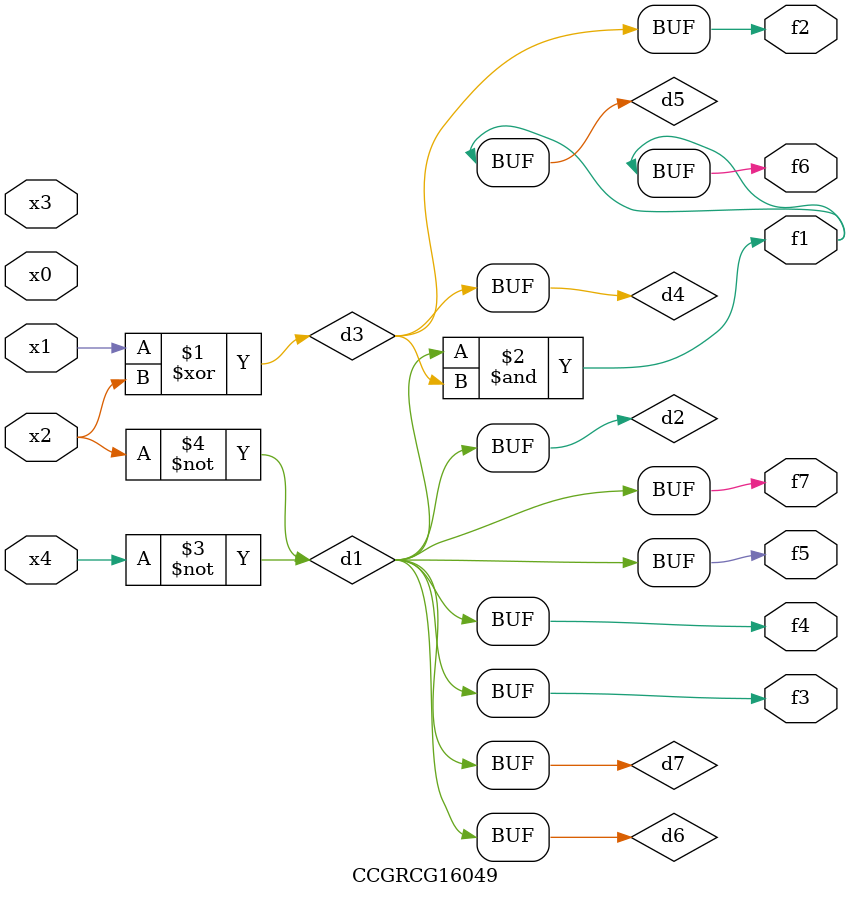
<source format=v>
module CCGRCG16049(
	input x0, x1, x2, x3, x4,
	output f1, f2, f3, f4, f5, f6, f7
);

	wire d1, d2, d3, d4, d5, d6, d7;

	not (d1, x4);
	not (d2, x2);
	xor (d3, x1, x2);
	buf (d4, d3);
	and (d5, d1, d3);
	buf (d6, d1, d2);
	buf (d7, d2);
	assign f1 = d5;
	assign f2 = d4;
	assign f3 = d7;
	assign f4 = d7;
	assign f5 = d7;
	assign f6 = d5;
	assign f7 = d7;
endmodule

</source>
